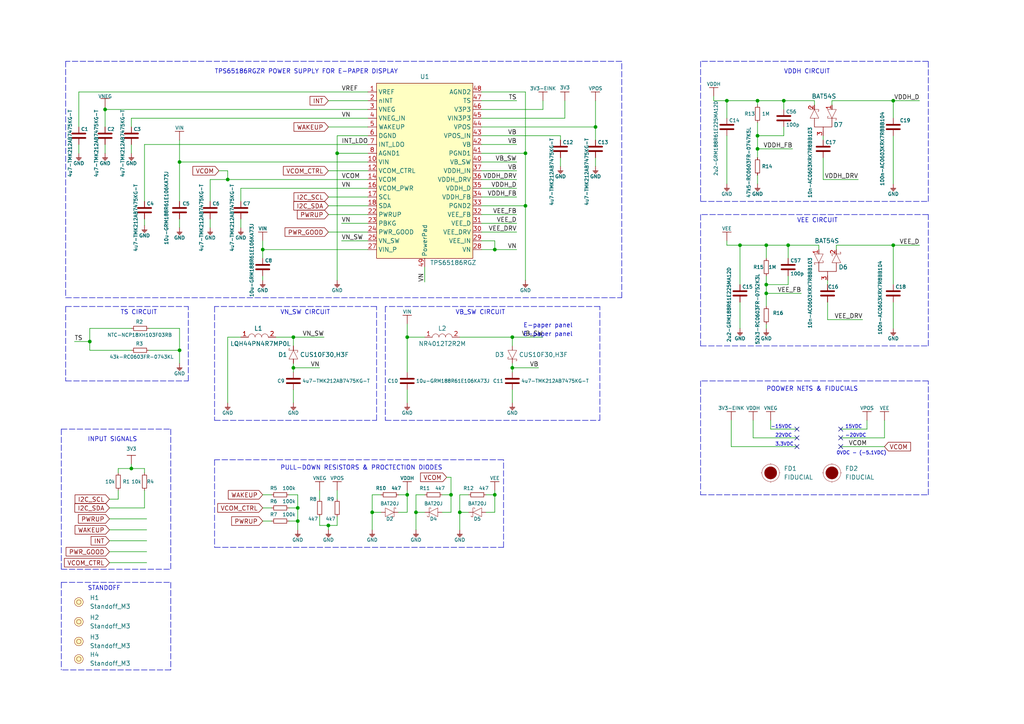
<source format=kicad_sch>
(kicad_sch (version 20211123) (generator eeschema)
  (paper "A4")
  (title_block (title "Soldered Inkplate 5 Gen2") (date "2024-05-27") (rev "V1.1.0") (company "SOLDERED") (comment 1 "333333"))
  (lib_symbols
    (symbol "0603C_1" (pin_numbers hide) (pin_names (offset 0.002))
      (property "Reference" "C" (at 0 3.81 0))
      (property "Value" "0603C_1" (at 0 -3.175 0))
      (symbol "0603C_1_1_1"
        (pin passive line (at -2.54 0 0) (length 1.9) (name "~") (number "1"))
        (pin passive line (at 2.54 0 180) (length 1.9) (name "~") (number "2"))
      )
    )
    (symbol "0603C_2" (pin_numbers hide) (pin_names (offset 0.002))
      (property "Reference" "C" (at 0 3.81 0))
      (property "Value" "0603C_2" (at 0 -3.175 0))
      (symbol "0603C_2_1_1"
        (pin passive line (at -2.54 0 0) (length 1.9) (name "~") (number "1"))
        (pin passive line (at 2.54 0 180) (length 1.9) (name "~") (number "2"))
      )
    )
    (symbol "0603C_3" (pin_numbers hide) (pin_names (offset 0.002))
      (property "Reference" "C" (at 0 3.81 0))
      (property "Value" "0603C_3" (at 0 -3.175 0))
      (symbol "0603C_3_1_1"
        (pin passive line (at -2.54 0 0) (length 1.9) (name "~") (number "1"))
        (pin passive line (at 2.54 0 180) (length 1.9) (name "~") (number "2"))
      )
    )
    (symbol "0603C_4" (pin_numbers hide) (pin_names (offset 0.002))
      (property "Reference" "C" (at 0 3.81 0))
      (property "Value" "0603C_4" (at 0 -3.175 0))
      (symbol "0603C_4_1_1"
        (pin passive line (at -2.54 0 0) (length 1.9) (name "~") (number "1"))
        (pin passive line (at 2.54 0 180) (length 1.9) (name "~") (number "2"))
      )
    )
    (symbol "0603C_5" (pin_numbers hide) (pin_names (offset 0.002))
      (property "Reference" "C" (at 0 3.81 0))
      (property "Value" "0603C_5" (at 0 -3.175 0))
      (symbol "0603C_5_1_1"
        (pin passive line (at -2.54 0 0) (length 1.9) (name "~") (number "1"))
        (pin passive line (at 2.54 0 180) (length 1.9) (name "~") (number "2"))
      )
    )
    (symbol "0603C_6" (pin_numbers hide) (pin_names (offset 0.002))
      (property "Reference" "C" (at 0 3.81 0))
      (property "Value" "0603C_6" (at 0 -3.175 0))
      (symbol "0603C_6_1_1"
        (pin passive line (at -2.54 0 0) (length 1.9) (name "~") (number "1"))
        (pin passive line (at 2.54 0 180) (length 1.9) (name "~") (number "2"))
      )
    )
    (symbol "0603C_7" (pin_numbers hide) (pin_names (offset 0.002))
      (property "Reference" "C" (at 0 3.81 0))
      (property "Value" "0603C_7" (at 0 -3.175 0))
      (symbol "0603C_7_1_1"
        (pin passive line (at -2.54 0 0) (length 1.9) (name "~") (number "1"))
        (pin passive line (at 2.54 0 180) (length 1.9) (name "~") (number "2"))
      )
    )
    (symbol "0603C_8" (pin_numbers hide) (pin_names (offset 0.002))
      (property "Reference" "C" (at 0 3.81 0))
      (property "Value" "0603C_8" (at 0 -3.175 0))
      (symbol "0603C_8_1_1"
        (pin passive line (at -2.54 0 0) (length 1.9) (name "~") (number "1"))
        (pin passive line (at 2.54 0 180) (length 1.9) (name "~") (number "2"))
      )
    )
    (symbol "0603R_1" (pin_numbers hide) (pin_names (offset 0.254))
      (property "Reference" "R" (at 0 1.27 0))
      (property "Value" "0603R_1" (at 0 -1.905 0))
      (symbol "0603R_1_1_1"
        (pin passive line (at -2.54 0 0) (length 0.63) (name "~") (number "1"))
        (pin passive line (at 2.54 0 180) (length 0.63) (name "~") (number "2"))
      )
    )
    (symbol "0603R_10" (pin_numbers hide) (pin_names (offset 0.254))
      (property "Reference" "R" (at 0 1.27 0))
      (property "Value" "0603R_10" (at 0 -1.905 0))
      (symbol "0603R_10_1_1"
        (pin passive line (at -2.54 0 0) (length 0.63) (name "~") (number "1"))
        (pin passive line (at 2.54 0 180) (length 0.63) (name "~") (number "2"))
      )
    )
    (symbol "0603R_11" (pin_numbers hide) (pin_names (offset 0.254))
      (property "Reference" "R" (at 0 1.27 0))
      (property "Value" "0603R_11" (at 0 -1.905 0))
      (symbol "0603R_11_1_1"
        (pin passive line (at -2.54 0 0) (length 0.63) (name "~") (number "1"))
        (pin passive line (at 2.54 0 180) (length 0.63) (name "~") (number "2"))
      )
    )
    (symbol "0603R_12" (pin_numbers hide) (pin_names (offset 0.254))
      (property "Reference" "R" (at 0 1.27 0))
      (property "Value" "0603R_12" (at 0 -1.905 0))
      (symbol "0603R_12_1_1"
        (pin passive line (at -2.54 0 0) (length 0.63) (name "~") (number "1"))
        (pin passive line (at 2.54 0 180) (length 0.63) (name "~") (number "2"))
      )
    )
    (symbol "0603R_13" (pin_numbers hide) (pin_names (offset 0.254))
      (property "Reference" "R" (at 0 1.27 0))
      (property "Value" "0603R_13" (at 0 -1.905 0))
      (symbol "0603R_13_1_1"
        (pin passive line (at -2.54 0 0) (length 0.63) (name "~") (number "1"))
        (pin passive line (at 2.54 0 180) (length 0.63) (name "~") (number "2"))
      )
    )
    (symbol "0603R_14" (pin_numbers hide) (pin_names (offset 0.254))
      (property "Reference" "R" (at 0 1.27 0))
      (property "Value" "0603R_14" (at 0 -1.905 0))
      (symbol "0603R_14_1_1"
        (pin passive line (at -2.54 0 0) (length 0.63) (name "~") (number "1"))
        (pin passive line (at 2.54 0 180) (length 0.63) (name "~") (number "2"))
      )
    )
    (symbol "0603R_15" (pin_numbers hide) (pin_names (offset 0.254))
      (property "Reference" "R" (at 0 1.27 0))
      (property "Value" "0603R_15" (at 0 -1.905 0))
      (symbol "0603R_15_1_1"
        (pin passive line (at -2.54 0 0) (length 0.63) (name "~") (number "1"))
        (pin passive line (at 2.54 0 180) (length 0.63) (name "~") (number "2"))
      )
    )
    (symbol "0603R_2" (pin_numbers hide) (pin_names (offset 0.254))
      (property "Reference" "R" (at 0 1.27 0))
      (property "Value" "0603R_2" (at 0 -1.905 0))
      (symbol "0603R_2_1_1"
        (pin passive line (at -2.54 0 0) (length 0.63) (name "~") (number "1"))
        (pin passive line (at 2.54 0 180) (length 0.63) (name "~") (number "2"))
      )
    )
    (symbol "0603R_3" (pin_numbers hide) (pin_names (offset 0.254))
      (property "Reference" "R" (at 0 1.27 0))
      (property "Value" "0603R_3" (at 0 -1.905 0))
      (symbol "0603R_3_1_1"
        (pin passive line (at -2.54 0 0) (length 0.63) (name "~") (number "1"))
        (pin passive line (at 2.54 0 180) (length 0.63) (name "~") (number "2"))
      )
    )
    (symbol "0603R_4" (pin_numbers hide) (pin_names (offset 0.254))
      (property "Reference" "R" (at 0 1.27 0))
      (property "Value" "0603R_4" (at 0 -1.905 0))
      (symbol "0603R_4_1_1"
        (pin passive line (at -2.54 0 0) (length 0.63) (name "~") (number "1"))
        (pin passive line (at 2.54 0 180) (length 0.63) (name "~") (number "2"))
      )
    )
    (symbol "0603R_5" (pin_numbers hide) (pin_names (offset 0.254))
      (property "Reference" "R" (at 0 1.27 0))
      (property "Value" "0603R_5" (at 0 -1.905 0))
      (symbol "0603R_5_1_1"
        (pin passive line (at -2.54 0 0) (length 0.63) (name "~") (number "1"))
        (pin passive line (at 2.54 0 180) (length 0.63) (name "~") (number "2"))
      )
    )
    (symbol "0603R_6" (pin_numbers hide) (pin_names (offset 0.254))
      (property "Reference" "R" (at 0 1.27 0))
      (property "Value" "0603R_6" (at 0 -1.905 0))
      (symbol "0603R_6_1_1"
        (pin passive line (at -2.54 0 0) (length 0.63) (name "~") (number "1"))
        (pin passive line (at 2.54 0 180) (length 0.63) (name "~") (number "2"))
      )
    )
    (symbol "0603R_7" (pin_numbers hide) (pin_names (offset 0.254))
      (property "Reference" "R" (at 0 1.27 0))
      (property "Value" "0603R_7" (at 0 -1.905 0))
      (symbol "0603R_7_1_1"
        (pin passive line (at -2.54 0 0) (length 0.63) (name "~") (number "1"))
        (pin passive line (at 2.54 0 180) (length 0.63) (name "~") (number "2"))
      )
    )
    (symbol "0603R_8" (pin_numbers hide) (pin_names (offset 0.254))
      (property "Reference" "R" (at 0 1.27 0))
      (property "Value" "0603R_8" (at 0 -1.905 0))
      (symbol "0603R_8_1_1"
        (pin passive line (at -2.54 0 0) (length 0.63) (name "~") (number "1"))
        (pin passive line (at 2.54 0 180) (length 0.63) (name "~") (number "2"))
      )
    )
    (symbol "0603R_9" (pin_numbers hide) (pin_names (offset 0.254))
      (property "Reference" "R" (at 0 1.27 0))
      (property "Value" "0603R_9" (at 0 -1.905 0))
      (symbol "0603R_9_1_1"
        (pin passive line (at -2.54 0 0) (length 0.63) (name "~") (number "1"))
        (pin passive line (at 2.54 0 180) (length 0.63) (name "~") (number "2"))
      )
    )
    (symbol "0805C_1" (pin_numbers hide)
      (property "Reference" "C" (at 0 3.81 0))
      (property "Value" "0805C_1" (at 0 -3.175 0))
      (symbol "0805C_1_1_1"
        (pin passive line (at -2.54 0 0) (length 1.9) (name "~") (number "1"))
        (pin passive line (at 2.54 0 180) (length 1.9) (name "~") (number "2"))
      )
    )
    (symbol "0805C_2" (pin_numbers hide)
      (property "Reference" "C" (at 0 3.81 0))
      (property "Value" "0805C_2" (at 0 -3.175 0))
      (symbol "0805C_2_1_1"
        (pin passive line (at -2.54 0 0) (length 1.9) (name "~") (number "1"))
        (pin passive line (at 2.54 0 180) (length 1.9) (name "~") (number "2"))
      )
    )
    (symbol "0805C_3" (pin_numbers hide)
      (property "Reference" "C" (at 0 3.81 0))
      (property "Value" "0805C_3" (at 0 -3.175 0))
      (symbol "0805C_3_1_1"
        (pin passive line (at -2.54 0 0) (length 1.9) (name "~") (number "1"))
        (pin passive line (at 2.54 0 180) (length 1.9) (name "~") (number "2"))
      )
    )
    (symbol "0805C_4" (pin_numbers hide)
      (property "Reference" "C" (at 0 3.81 0))
      (property "Value" "0805C_4" (at 0 -3.175 0))
      (symbol "0805C_4_1_1"
        (pin passive line (at -2.54 0 0) (length 1.9) (name "~") (number "1"))
        (pin passive line (at 2.54 0 180) (length 1.9) (name "~") (number "2"))
      )
    )
    (symbol "0805C_5" (pin_numbers hide)
      (property "Reference" "C" (at 0 3.81 0))
      (property "Value" "0805C_5" (at 0 -3.175 0))
      (symbol "0805C_5_1_1"
        (pin passive line (at -2.54 0 0) (length 1.9) (name "~") (number "1"))
        (pin passive line (at 2.54 0 180) (length 1.9) (name "~") (number "2"))
      )
    )
    (symbol "0805C_6" (pin_numbers hide)
      (property "Reference" "C" (at 0 3.81 0))
      (property "Value" "0805C_6" (at 0 -3.175 0))
      (symbol "0805C_6_1_1"
        (pin passive line (at -2.54 0 0) (length 1.9) (name "~") (number "1"))
        (pin passive line (at 2.54 0 180) (length 1.9) (name "~") (number "2"))
      )
    )
    (symbol "0805C_7" (pin_numbers hide)
      (property "Reference" "C" (at 0 3.81 0))
      (property "Value" "0805C_7" (at 0 -3.175 0))
      (symbol "0805C_7_1_1"
        (pin passive line (at -2.54 0 0) (length 1.9) (name "~") (number "1"))
        (pin passive line (at 2.54 0 180) (length 1.9) (name "~") (number "2"))
      )
    )
    (symbol "0805C_8" (pin_numbers hide)
      (property "Reference" "C" (at 0 3.81 0))
      (property "Value" "0805C_8" (at 0 -3.175 0))
      (symbol "0805C_8_1_1"
        (pin passive line (at -2.54 0 0) (length 1.9) (name "~") (number "1"))
        (pin passive line (at 2.54 0 180) (length 1.9) (name "~") (number "2"))
      )
    )
    (symbol "0805C_9" (pin_numbers hide)
      (property "Reference" "C" (at 0 3.81 0))
      (property "Value" "0805C_9" (at 0 -3.175 0))
      (symbol "0805C_9_1_1"
        (pin passive line (at -2.54 0 0) (length 1.9) (name "~") (number "1"))
        (pin passive line (at 2.54 0 180) (length 1.9) (name "~") (number "2"))
      )
    )
    (symbol "e-radionica.com schematics:0603C" (pin_numbers hide) (pin_names (offset 0.002))
      (property "Reference" "C" (at 0 3.81 0))
      (property "Value" "0603C" (at 0 -3.175 0))
      (symbol "0603C_1_1"
        (pin passive line (at -2.54 0 0) (length 1.9) (name "~") (number "1"))
        (pin passive line (at 2.54 0 180) (length 1.9) (name "~") (number "2"))
      )
    )
    (symbol "e-radionica.com schematics:0603R" (pin_numbers hide) (pin_names (offset 0.254))
      (property "Reference" "R" (at 0 1.27 0))
      (property "Value" "0603R" (at 0 -1.905 0))
      (symbol "0603R_1_1"
        (pin passive line (at -2.54 0 0) (length 0.63) (name "~") (number "1"))
        (pin passive line (at 2.54 0 180) (length 0.63) (name "~") (number "2"))
      )
    )
    (symbol "e-radionica.com schematics:0805C" (pin_numbers hide)
      (property "Reference" "C" (at 0 3.81 0))
      (property "Value" "0805C" (at 0 -3.175 0))
      (symbol "0805C_1_1"
        (pin passive line (at -2.54 0 0) (length 1.9) (name "~") (number "1"))
        (pin passive line (at 2.54 0 180) (length 1.9) (name "~") (number "2"))
      )
    )
    (symbol "e-radionica.com schematics:3V3" (power) (pin_names (offset 0))
      (property "Value" "3V3" (at 0 3.556 0))
      (symbol "3V3_1_1"
        (pin power_in line (at 0 0 90) (length 0) hide (name "3V3") (number "1"))
      )
    )
    (symbol "e-radionica.com schematics:3V3-EINK" (power) (pin_names (offset 0))
      (property "Value" "3V3-EINK" (at 0 3.556 0))
      (symbol "3V3-EINK_1_1"
        (pin power_in line (at 0 0 90) (length 0) hide (name "3V3-EINK") (number "1"))
      )
    )
    (symbol "e-radionica.com schematics:BAT20J" (pin_numbers hide) (pin_names hide)
      (property "Reference" "D" (at 0 2.54 0))
      (property "Value" "BAT20J" (at 0 -2.54 0))
      (symbol "BAT20J_1_1"
        (pin input line (at -2.54 0 0) (length 1.27) (name "A") (number "1"))
        (pin input line (at 2.54 0 180) (length 1.27) (name "C") (number "2"))
      )
    )
    (symbol "e-radionica.com schematics:BAT54S" (pin_names hide)
      (property "Reference" "D" (at 0 5.08 0))
      (property "Value" "BAT54S" (at 0 -5.08 0))
      (symbol "BAT54S_1_1"
        (pin input line (at -5.08 2.54 0) (length 1.27) (name "A") (number "1"))
        (pin input line (at -5.08 -2.54 0) (length 1.27) (name "K") (number "2"))
        (pin input line (at 3.81 0 180) (length 1.27) (name "3") (number "3"))
      )
    )
    (symbol "e-radionica.com schematics:CUS10F30,H3F" (pin_numbers hide) (pin_names hide)
      (property "Reference" "D" (at 0 2.54 0))
      (property "Value" "CUS10F30,H3F" (at 0 -2.54 0))
      (symbol "CUS10F30,H3F_1_1"
        (pin input line (at 2.54 0 180) (length 1.27) (name "C") (number "1"))
        (pin input line (at -2.54 0 0) (length 1.27) (name "A") (number "2"))
      )
    )
    (symbol "e-radionica.com schematics:FIDUCIAL" (in_bom no)
      (property "Reference" "FD" (at 0 3.81 0))
      (property "Value" "FIDUCIAL" (at 0 -3.81 0))
    )
    (symbol "e-radionica.com schematics:GND" (power) (pin_names (offset 0))
      (property "Value" "GND" (at 0 -2.921 0))
      (symbol "GND_1_1"
        (pin power_in line (at 0 0 270) (length 0) hide (name "GND") (number "1"))
      )
    )
    (symbol "e-radionica.com schematics:LQH44PN4R7MP0L"
      (property "Reference" "L" (at 0 2.54 0))
      (property "Value" "LQH44PN4R7MP0L" (at 0 -1.27 0))
      (symbol "LQH44PN4R7MP0L_1_1"
        (pin passive line (at -5.08 0 0) (length 2.2) (name "") (number "1"))
        (pin passive line (at 5.08 0 180) (length 2.2) (name "") (number "2"))
      )
    )
    (symbol "e-radionica.com schematics:NR4012T2R2M"
      (property "Reference" "L" (at 0 2.54 0))
      (property "Value" "NR4012T2R2M" (at 0 -1.27 0))
      (symbol "NR4012T2R2M_1_1"
        (pin passive line (at -5.08 0 0) (length 2.2) (name "") (number "1"))
        (pin passive line (at 5.08 0 180) (length 2.2) (name "") (number "2"))
      )
    )
    (symbol "e-radionica.com schematics:Standoff_M3"
      (property "Reference" "H" (at 0 2.54 0))
      (property "Value" "Standoff_M3" (at 0 -2.54 0))
    )
    (symbol "e-radionica.com schematics:TPS65186RGZR"
      (property "Reference" "U" (at 0 27.94 0))
      (property "Value" "TPS65186RGZR" (at 7.62 -25.4 0))
      (symbol "TPS65186RGZR_1_1"
        (pin input line (at -16.51 24.13 0) (length 2.54) (name "VREF") (number "1"))
        (pin input line (at -16.51 3.81 0) (length 2.54) (name "VIN") (number "10"))
        (pin input line (at -16.51 1.27 0) (length 2.54) (name "VCOM_CTRL") (number "12"))
        (pin input line (at -16.51 -1.27 0) (length 2.54) (name "VCOM") (number "14"))
        (pin input line (at -16.51 -3.81 0) (length 2.54) (name "VCOM_PWR") (number "16"))
        (pin input line (at -16.51 -6.35 0) (length 2.54) (name "SCL") (number "17"))
        (pin input line (at -16.51 -8.89 0) (length 2.54) (name "SDA") (number "18"))
        (pin input line (at -16.51 21.59 0) (length 2.54) (name "nINT") (number "2"))
        (pin input line (at -16.51 -11.43 0) (length 2.54) (name "PWRUP") (number "22"))
        (pin input line (at -16.51 -13.97 0) (length 2.54) (name "PBKG") (number "23"))
        (pin input line (at -16.51 -16.51 0) (length 2.54) (name "PWR_GOOD") (number "24"))
        (pin input line (at -16.51 -19.05 0) (length 2.54) (name "VN_SW") (number "25"))
        (pin input line (at -16.51 -21.59 0) (length 2.54) (name "VIN_P") (number "27"))
        (pin input line (at 16.51 -21.59 180) (length 2.54) (name "VN") (number "28"))
        (pin input line (at 16.51 -19.05 180) (length 2.54) (name "VEE_IN") (number "29"))
        (pin input line (at -16.51 19.05 0) (length 2.54) (name "VNEG") (number "3"))
        (pin input line (at 16.51 -16.51 180) (length 2.54) (name "VEE_DRV") (number "30"))
        (pin input line (at 16.51 -13.97 180) (length 2.54) (name "VEE_D") (number "31"))
        (pin input line (at 16.51 -11.43 180) (length 2.54) (name "VEE_FB") (number "32"))
        (pin input line (at 16.51 -8.89 180) (length 2.54) (name "PGND2") (number "33"))
        (pin input line (at 16.51 -6.35 180) (length 2.54) (name "VDDH_FB") (number "34"))
        (pin input line (at 16.51 -3.81 180) (length 2.54) (name "VDDH_D") (number "35"))
        (pin input line (at 16.51 -1.27 180) (length 2.54) (name "VDDH_DRV") (number "36"))
        (pin input line (at 16.51 1.27 180) (length 2.54) (name "VDDH_IN") (number "37"))
        (pin input line (at -16.51 16.51 0) (length 2.54) (name "VNEG_IN") (number "4"))
        (pin input line (at 16.51 3.81 180) (length 2.54) (name "VB_SW") (number "40"))
        (pin input line (at 16.51 6.35 180) (length 2.54) (name "PGND1") (number "41"))
        (pin input line (at 16.51 8.89 180) (length 2.54) (name "VB") (number "42"))
        (pin input line (at 16.51 11.43 180) (length 2.54) (name "VPOS_IN") (number "43"))
        (pin input line (at 16.51 13.97 180) (length 2.54) (name "VPOS") (number "44"))
        (pin input line (at 16.51 16.51 180) (length 2.54) (name "VIN3P3") (number "45"))
        (pin input line (at 16.51 19.05 180) (length 2.54) (name "V3P3") (number "46"))
        (pin input line (at 16.51 21.59 180) (length 2.54) (name "TS") (number "47"))
        (pin input line (at 16.51 24.13 180) (length 2.54) (name "AGND2") (number "48"))
        (pin input line (at 0 -26.67 90) (length 2.54) (name "PowerPad") (number "49"))
        (pin input line (at -16.51 13.97 0) (length 2.54) (name "WAKEUP") (number "5"))
        (pin input line (at -16.51 11.43 0) (length 2.54) (name "DGND") (number "6"))
        (pin input line (at -16.51 8.89 0) (length 2.54) (name "INT_LDO") (number "7"))
        (pin input line (at -16.51 6.35 0) (length 2.54) (name "AGND1") (number "8"))
      )
    )
    (symbol "e-radionica.com schematics:VDDH" (power) (pin_names (offset 0))
      (property "Value" "VDDH" (at 0 3.556 0))
      (symbol "VDDH_1_1"
        (pin power_in line (at 0 0 90) (length 0) hide (name "VDDH") (number "1"))
      )
    )
    (symbol "e-radionica.com schematics:VEE" (power) (pin_names (offset 0))
      (property "Value" "VEE" (at 0 3.556 0))
      (symbol "VEE_1_1"
        (pin power_in line (at 0 0 90) (length 0) hide (name "VEE") (number "1"))
      )
    )
    (symbol "e-radionica.com schematics:VIN" (power) (pin_names (offset 0))
      (property "Value" "VIN" (at 0 3.556 0))
      (symbol "VIN_1_1"
        (pin power_in line (at 0 0 90) (length 0) hide (name "VIN") (number "1"))
      )
    )
    (symbol "e-radionica.com schematics:VNEG" (power) (pin_names (offset 0))
      (property "Value" "VNEG" (at 0 3.556 0))
      (symbol "VNEG_1_1"
        (pin power_in line (at 0 0 90) (length 0) hide (name "VNEG") (number "1"))
      )
    )
    (symbol "e-radionica.com schematics:VPOS" (power) (pin_names (offset 0))
      (property "Value" "VPOS" (at 0 3.556 0))
      (symbol "VPOS_1_1"
        (pin power_in line (at 0 0 90) (length 0) hide (name "VPOS") (number "1"))
      )
    )
  )
  (junction (at 222.25 71.12))
  (junction (at 118.11 97.79))
  (junction (at 97.79 44.45))
  (junction (at 259.08 71.12))
  (junction (at 259.08 29.21))
  (junction (at 86.36 151.13))
  (junction (at 76.2 72.39))
  (junction (at 38.1 135.89))
  (junction (at 143.51 143.51))
  (junction (at 219.71 29.21))
  (junction (at 52.07 46.99))
  (junction (at 222.25 82.55))
  (junction (at 85.09 106.68))
  (junction (at 148.59 106.68))
  (junction (at 228.6 71.12))
  (junction (at 66.04 52.07))
  (junction (at 227.33 29.21))
  (junction (at 107.95 148.59))
  (junction (at 85.09 97.79))
  (junction (at 219.71 43.18))
  (junction (at 133.35 148.59))
  (junction (at 152.4 59.69))
  (junction (at 222.25 85.09))
  (junction (at 172.72 36.83))
  (junction (at 118.11 143.51))
  (junction (at 120.65 148.59))
  (junction (at 219.71 39.37))
  (junction (at 143.51 72.39))
  (junction (at 210.82 29.21))
  (junction (at 214.63 71.12))
  (junction (at 95.25 152.4))
  (junction (at 52.07 101.6))
  (junction (at 86.36 147.32))
  (junction (at 148.59 97.79))
  (junction (at 30.48 31.75))
  (junction (at 130.81 143.51))
  (junction (at 152.4 44.45))
  (junction (at 26.035 99.06))
  (no_connect (at 243.84 127))
  (no_connect (at 243.84 124.46))
  (no_connect (at 231.14 124.46))
  (no_connect (at 231.14 127))
  (no_connect (at 243.84 129.54))
  (no_connect (at 231.14 129.54))
  (polyline (pts (xy 62.23 158.75) (xy 146.05 158.75)))
  (wire (pts (xy 120.65 148.59) (xy 120.65 153.67)))
  (wire (pts (xy 152.4 26.67) (xy 152.4 44.45)))
  (wire (pts (xy 210.82 29.21) (xy 210.82 34.29)))
  (wire (pts (xy 222.25 71.12) (xy 228.6 71.12)))
  (wire (pts (xy 128.27 143.51) (xy 130.81 143.51)))
  (wire (pts (xy 92.71 142.24) (xy 92.71 144.78)))
  (wire (pts (xy 115.57 148.59) (xy 118.11 148.59)))
  (wire (pts (xy 97.79 149.86) (xy 97.79 152.4)))
  (wire (pts (xy 222.25 71.12) (xy 222.25 74.93)))
  (wire (pts (xy 97.79 81.28) (xy 97.79 44.45)))
  (wire (pts (xy 30.48 31.75) (xy 106.68 31.75)))
  (wire (pts (xy 139.7 26.67) (xy 152.4 26.67)))
  (wire (pts (xy 76.2 80.01) (xy 76.2 81.28)))
  (wire (pts (xy 92.71 152.4) (xy 95.25 152.4)))
  (wire (pts (xy 69.85 63.5) (xy 69.85 66.04)))
  (polyline (pts (xy 62.23 121.92) (xy 109.22 121.92)))
  (wire (pts (xy 157.48 29.21) (xy 157.48 31.75)))
  (polyline (pts (xy 146.05 158.75) (xy 146.05 133.35)))
  (wire (pts (xy 219.71 35.56) (xy 219.71 39.37)))
  (wire (pts (xy 95.25 59.69) (xy 106.68 59.69)))
  (wire (pts (xy 85.09 113.03) (xy 85.09 116.84)))
  (wire (pts (xy 139.7 39.37) (xy 162.56 39.37)))
  (wire (pts (xy 41.91 63.5) (xy 41.91 65.405)))
  (wire (pts (xy 139.7 72.39) (xy 143.51 72.39)))
  (wire (pts (xy 219.71 43.18) (xy 219.71 45.72)))
  (wire (pts (xy 243.84 129.54) (xy 256.54 129.54)))
  (wire (pts (xy 143.51 148.59) (xy 140.97 148.59)))
  (wire (pts (xy 238.76 39.37) (xy 238.76 40.64)))
  (wire (pts (xy 139.7 64.77) (xy 149.86 64.77)))
  (polyline (pts (xy 269.24 58.42) (xy 269.24 17.78)))
  (wire (pts (xy 76.2 72.39) (xy 76.2 69.85)))
  (wire (pts (xy 143.51 69.85) (xy 143.51 72.39)))
  (polyline (pts (xy 19.05 86.36) (xy 180.34 86.36)))
  (wire (pts (xy 218.44 127) (xy 231.14 127)))
  (wire (pts (xy 139.7 46.99) (xy 149.86 46.99)))
  (wire (pts (xy 95.25 62.23) (xy 106.68 62.23)))
  (polyline (pts (xy 54.61 110.49) (xy 54.61 88.9)))
  (wire (pts (xy 85.09 106.68) (xy 85.09 107.95)))
  (wire (pts (xy 76.2 143.51) (xy 78.74 143.51)))
  (wire (pts (xy 222.25 82.55) (xy 222.25 85.09)))
  (wire (pts (xy 34.29 144.78) (xy 34.29 142.24)))
  (wire (pts (xy 120.65 143.51) (xy 120.65 148.59)))
  (wire (pts (xy 259.08 39.37) (xy 259.08 53.34)))
  (wire (pts (xy 207.01 29.21) (xy 210.82 29.21)))
  (wire (pts (xy 43.18 101.6) (xy 52.07 101.6)))
  (wire (pts (xy 31.75 144.78) (xy 34.29 144.78)))
  (polyline (pts (xy 203.2 143.51) (xy 269.24 143.51)))
  (wire (pts (xy 22.86 36.83) (xy 22.86 26.67)))
  (wire (pts (xy 139.7 54.61) (xy 149.86 54.61)))
  (wire (pts (xy 30.48 31.115) (xy 30.48 31.75)))
  (polyline (pts (xy 269.24 62.23) (xy 203.2 62.23)))
  (polyline (pts (xy 173.99 121.92) (xy 173.99 88.9)))
  (polyline (pts (xy 203.2 17.78) (xy 203.2 58.42)))
  (wire (pts (xy 41.91 147.32) (xy 31.75 147.32)))
  (wire (pts (xy 130.81 143.51) (xy 130.81 148.59)))
  (wire (pts (xy 172.72 29.21) (xy 172.72 36.83)))
  (wire (pts (xy 219.71 39.37) (xy 219.71 43.18)))
  (wire (pts (xy 148.59 97.79) (xy 148.59 100.33)))
  (wire (pts (xy 238.76 45.72) (xy 238.76 52.07)))
  (polyline (pts (xy 203.2 62.23) (xy 203.2 100.33)))
  (wire (pts (xy 152.4 59.69) (xy 152.4 81.28)))
  (wire (pts (xy 172.72 36.83) (xy 172.72 40.64)))
  (wire (pts (xy 97.79 39.37) (xy 106.68 39.37)))
  (wire (pts (xy 143.51 72.39) (xy 149.86 72.39)))
  (polyline (pts (xy 17.78 168.91) (xy 49.53 168.91)))
  (wire (pts (xy 115.57 143.51) (xy 118.11 143.51)))
  (polyline (pts (xy 19.05 17.78) (xy 19.05 86.36)))
  (wire (pts (xy 76.2 151.13) (xy 78.74 151.13)))
  (wire (pts (xy 259.08 29.21) (xy 266.7 29.21)))
  (wire (pts (xy 139.7 67.31) (xy 149.86 67.31)))
  (wire (pts (xy 22.86 41.91) (xy 22.86 44.45)))
  (wire (pts (xy 242.57 71.12) (xy 259.08 71.12)))
  (wire (pts (xy 106.68 46.99) (xy 52.07 46.99)))
  (wire (pts (xy 85.09 97.79) (xy 85.09 100.33)))
  (wire (pts (xy 60.96 52.07) (xy 66.04 52.07)))
  (wire (pts (xy 152.4 44.45) (xy 152.4 59.69)))
  (wire (pts (xy 52.07 95.25) (xy 52.07 101.6)))
  (wire (pts (xy 66.04 49.53) (xy 66.04 52.07)))
  (wire (pts (xy 139.7 44.45) (xy 152.4 44.45)))
  (wire (pts (xy 148.59 113.03) (xy 148.59 116.84)))
  (wire (pts (xy 38.1 135.89) (xy 41.91 135.89)))
  (wire (pts (xy 31.75 153.67) (xy 42.545 153.67)))
  (polyline (pts (xy 180.34 17.78) (xy 19.05 17.78)))
  (polyline (pts (xy 17.78 124.46) (xy 49.53 124.46)))
  (wire (pts (xy 30.48 31.75) (xy 30.48 36.83)))
  (wire (pts (xy 41.91 41.91) (xy 41.91 58.42)))
  (wire (pts (xy 95.25 57.15) (xy 106.68 57.15)))
  (wire (pts (xy 110.49 148.59) (xy 107.95 148.59)))
  (wire (pts (xy 60.96 63.5) (xy 60.96 66.04)))
  (wire (pts (xy 22.86 26.67) (xy 106.68 26.67)))
  (wire (pts (xy 222.25 71.12) (xy 214.63 71.12)))
  (wire (pts (xy 210.82 69.85) (xy 210.82 71.12)))
  (wire (pts (xy 229.87 43.18) (xy 219.71 43.18)))
  (wire (pts (xy 52.07 101.6) (xy 52.07 105.41)))
  (wire (pts (xy 69.85 54.61) (xy 69.85 58.42)))
  (wire (pts (xy 140.97 143.51) (xy 143.51 143.51)))
  (polyline (pts (xy 269.24 100.33) (xy 269.24 62.23)))
  (wire (pts (xy 26.035 101.6) (xy 26.035 99.06)))
  (wire (pts (xy 241.3 29.21) (xy 259.08 29.21)))
  (wire (pts (xy 148.59 97.79) (xy 157.48 97.79)))
  (wire (pts (xy 139.7 57.15) (xy 149.86 57.15)))
  (wire (pts (xy 97.79 142.24) (xy 97.79 144.78)))
  (wire (pts (xy 148.59 105.41) (xy 148.59 106.68)))
  (polyline (pts (xy 269.24 110.49) (xy 203.2 110.49)))
  (wire (pts (xy 118.11 113.03) (xy 118.11 116.84)))
  (polyline (pts (xy 49.53 124.46) (xy 49.53 165.1)))
  (wire (pts (xy 123.19 143.51) (xy 120.65 143.51)))
  (wire (pts (xy 52.07 46.99) (xy 52.07 58.42)))
  (wire (pts (xy 172.72 45.72) (xy 172.72 48.26)))
  (wire (pts (xy 243.84 127) (xy 256.54 127)))
  (polyline (pts (xy 49.53 194.31) (xy 17.78 194.31)))
  (polyline (pts (xy 203.2 100.33) (xy 269.24 100.33)))
  (wire (pts (xy 38.1 41.91) (xy 38.1 44.45)))
  (polyline (pts (xy 146.05 133.35) (xy 62.23 133.35)))
  (wire (pts (xy 34.29 135.89) (xy 38.1 135.89)))
  (wire (pts (xy 228.6 82.55) (xy 222.25 82.55)))
  (wire (pts (xy 26.035 101.6) (xy 38.1 101.6)))
  (polyline (pts (xy 203.2 110.49) (xy 203.2 143.51)))
  (wire (pts (xy 212.09 121.92) (xy 212.09 129.54)))
  (wire (pts (xy 52.07 63.5) (xy 52.07 66.04)))
  (wire (pts (xy 41.91 41.91) (xy 106.68 41.91)))
  (wire (pts (xy 31.75 160.02) (xy 42.545 160.02)))
  (wire (pts (xy 214.63 87.63) (xy 214.63 95.25)))
  (wire (pts (xy 236.22 30.48) (xy 236.22 29.21)))
  (wire (pts (xy 63.5 49.53) (xy 66.04 49.53)))
  (wire (pts (xy 106.68 72.39) (xy 76.2 72.39)))
  (wire (pts (xy 80.01 97.79) (xy 85.09 97.79)))
  (wire (pts (xy 218.44 121.92) (xy 218.44 127)))
  (wire (pts (xy 83.82 151.13) (xy 86.36 151.13)))
  (wire (pts (xy 139.7 36.83) (xy 172.72 36.83)))
  (wire (pts (xy 123.19 97.79) (xy 118.11 97.79)))
  (wire (pts (xy 259.08 71.12) (xy 266.7 71.12)))
  (wire (pts (xy 259.08 87.63) (xy 259.08 95.25)))
  (wire (pts (xy 139.7 34.29) (xy 163.83 34.29)))
  (wire (pts (xy 106.68 34.29) (xy 38.1 34.29)))
  (wire (pts (xy 106.68 54.61) (xy 69.85 54.61)))
  (wire (pts (xy 34.29 137.16) (xy 34.29 135.89)))
  (wire (pts (xy 227.33 29.21) (xy 236.22 29.21)))
  (wire (pts (xy 99.06 69.85) (xy 106.68 69.85)))
  (wire (pts (xy 212.09 129.54) (xy 231.14 129.54)))
  (wire (pts (xy 162.56 39.37) (xy 162.56 40.64)))
  (wire (pts (xy 227.33 29.21) (xy 227.33 31.75)))
  (polyline (pts (xy 111.76 88.9) (xy 111.76 121.92)))
  (wire (pts (xy 139.7 69.85) (xy 143.51 69.85)))
  (wire (pts (xy 139.7 41.91) (xy 149.86 41.91)))
  (wire (pts (xy 133.35 148.59) (xy 133.35 153.67)))
  (wire (pts (xy 133.35 148.59) (xy 135.89 148.59)))
  (wire (pts (xy 118.11 93.98) (xy 118.11 97.79)))
  (wire (pts (xy 135.89 143.51) (xy 133.35 143.51)))
  (wire (pts (xy 238.76 52.07) (xy 248.92 52.07)))
  (wire (pts (xy 163.83 29.21) (xy 163.83 34.29)))
  (wire (pts (xy 41.91 142.24) (xy 41.91 147.32)))
  (wire (pts (xy 228.6 71.12) (xy 228.6 74.93)))
  (polyline (pts (xy 173.99 88.9) (xy 111.76 88.9)))
  (polyline (pts (xy 49.53 168.91) (xy 49.53 194.31)))
  (wire (pts (xy 66.04 52.07) (xy 106.68 52.07)))
  (wire (pts (xy 210.82 39.37) (xy 210.82 53.34)))
  (wire (pts (xy 243.84 124.46) (xy 251.46 124.46)))
  (wire (pts (xy 38.1 34.29) (xy 38.1 36.83)))
  (wire (pts (xy 92.71 149.86) (xy 92.71 152.4)))
  (wire (pts (xy 219.71 29.21) (xy 227.33 29.21)))
  (wire (pts (xy 95.25 29.21) (xy 106.68 29.21)))
  (wire (pts (xy 120.65 148.59) (xy 123.19 148.59)))
  (wire (pts (xy 130.81 148.59) (xy 128.27 148.59)))
  (wire (pts (xy 214.63 71.12) (xy 214.63 82.55)))
  (wire (pts (xy 240.03 81.28) (xy 240.03 82.55)))
  (wire (pts (xy 250.19 92.71) (xy 240.03 92.71)))
  (wire (pts (xy 83.82 147.32) (xy 86.36 147.32)))
  (wire (pts (xy 26.035 95.25) (xy 38.1 95.25)))
  (wire (pts (xy 85.09 105.41) (xy 85.09 106.68)))
  (wire (pts (xy 118.11 148.59) (xy 118.11 143.51)))
  (wire (pts (xy 143.51 143.51) (xy 143.51 148.59)))
  (wire (pts (xy 143.51 142.24) (xy 143.51 143.51)))
  (wire (pts (xy 123.19 77.47) (xy 123.19 81.788)))
  (wire (pts (xy 86.36 143.51) (xy 86.36 147.32)))
  (wire (pts (xy 139.7 31.75) (xy 157.48 31.75)))
  (polyline (pts (xy 62.23 133.35) (xy 62.23 158.75)))
  (wire (pts (xy 222.25 85.09) (xy 222.25 88.9)))
  (wire (pts (xy 86.36 147.32) (xy 86.36 151.13)))
  (wire (pts (xy 242.57 72.39) (xy 242.57 71.12)))
  (wire (pts (xy 95.25 152.4) (xy 95.25 153.67)))
  (polyline (pts (xy 19.05 88.9) (xy 54.61 88.9)))
  (wire (pts (xy 26.035 99.06) (xy 26.035 95.25)))
  (wire (pts (xy 31.75 156.845) (xy 42.545 156.845)))
  (wire (pts (xy 66.04 97.79) (xy 66.04 116.84)))
  (polyline (pts (xy 17.78 124.46) (xy 17.78 165.1)))
  (wire (pts (xy 133.35 97.79) (xy 148.59 97.79)))
  (wire (pts (xy 107.95 148.59) (xy 107.95 153.67)))
  (polyline (pts (xy 180.34 86.36) (xy 180.34 17.78)))
  (wire (pts (xy 129.54 138.43) (xy 130.81 138.43)))
  (polyline (pts (xy 203.2 58.42) (xy 269.24 58.42)))
  (wire (pts (xy 251.46 124.46) (xy 251.46 121.92)))
  (polyline (pts (xy 109.22 121.92) (xy 109.22 88.9)))
  (wire (pts (xy 222.25 80.01) (xy 222.25 82.55)))
  (polyline (pts (xy 269.24 17.78) (xy 203.2 17.78)))
  (wire (pts (xy 107.95 143.51) (xy 107.95 148.59)))
  (wire (pts (xy 31.75 163.195) (xy 42.545 163.195)))
  (polyline (pts (xy 19.05 88.9) (xy 19.05 110.49)))
  (wire (pts (xy 228.6 80.01) (xy 228.6 82.55)))
  (wire (pts (xy 60.96 58.42) (xy 60.96 52.07)))
  (wire (pts (xy 139.7 59.69) (xy 152.4 59.69)))
  (wire (pts (xy 97.79 44.45) (xy 106.68 44.45)))
  (wire (pts (xy 76.2 147.32) (xy 78.74 147.32)))
  (wire (pts (xy 31.75 150.495) (xy 42.545 150.495)))
  (wire (pts (xy 259.08 34.29) (xy 259.08 29.21)))
  (polyline (pts (xy 17.78 165.1) (xy 49.53 165.1)))
  (wire (pts (xy 85.09 97.79) (xy 93.98 97.79)))
  (wire (pts (xy 95.25 49.53) (xy 106.68 49.53)))
  (wire (pts (xy 240.03 92.71) (xy 240.03 87.63)))
  (wire (pts (xy 118.11 97.79) (xy 118.11 107.95)))
  (wire (pts (xy 219.71 50.8) (xy 219.71 53.34)))
  (wire (pts (xy 38.1 134.62) (xy 38.1 135.89)))
  (polyline (pts (xy 17.78 168.91) (xy 17.78 194.31)))
  (wire (pts (xy 83.82 143.51) (xy 86.36 143.51)))
  (wire (pts (xy 222.25 93.98) (xy 222.25 95.25)))
  (wire (pts (xy 207.01 27.94) (xy 207.01 29.21)))
  (wire (pts (xy 85.09 106.68) (xy 92.71 106.68)))
  (wire (pts (xy 223.52 121.92) (xy 223.52 124.46)))
  (polyline (pts (xy 111.76 121.92) (xy 173.99 121.92)))
  (wire (pts (xy 30.48 41.91) (xy 30.48 44.45)))
  (wire (pts (xy 148.59 106.68) (xy 156.21 106.68)))
  (wire (pts (xy 148.59 106.68) (xy 148.59 107.95)))
  (wire (pts (xy 228.6 71.12) (xy 237.49 71.12)))
  (wire (pts (xy 219.71 29.21) (xy 219.71 30.48)))
  (wire (pts (xy 86.36 151.13) (xy 86.36 153.67)))
  (wire (pts (xy 97.79 44.45) (xy 97.79 39.37)))
  (wire (pts (xy 97.79 152.4) (xy 95.25 152.4)))
  (wire (pts (xy 118.11 143.51) (xy 118.11 142.24)))
  (polyline (pts (xy 62.23 88.9) (xy 62.23 121.92)))
  (wire (pts (xy 227.33 39.37) (xy 219.71 39.37)))
  (wire (pts (xy 110.49 143.51) (xy 107.95 143.51)))
  (wire (pts (xy 133.35 143.51) (xy 133.35 148.59)))
  (wire (pts (xy 99.06 64.77) (xy 106.68 64.77)))
  (polyline (pts (xy 269.24 143.51) (xy 269.24 110.49)))
  (wire (pts (xy 95.25 36.83) (xy 106.68 36.83)))
  (wire (pts (xy 223.52 124.46) (xy 231.14 124.46)))
  (polyline (pts (xy 19.05 110.49) (xy 54.61 110.49)))
  (wire (pts (xy 210.82 29.21) (xy 219.71 29.21)))
  (wire (pts (xy 259.08 71.12) (xy 259.08 82.55)))
  (wire (pts (xy 41.91 137.16) (xy 41.91 135.89)))
  (wire (pts (xy 43.18 95.25) (xy 52.07 95.25)))
  (wire (pts (xy 76.2 72.39) (xy 76.2 74.93)))
  (wire (pts (xy 130.81 138.43) (xy 130.81 143.51)))
  (wire (pts (xy 162.56 45.72) (xy 162.56 48.26)))
  (wire (pts (xy 214.63 71.12) (xy 210.82 71.12)))
  (wire (pts (xy 232.41 85.09) (xy 222.25 85.09)))
  (wire (pts (xy 241.3 30.48) (xy 241.3 29.21)))
  (wire (pts (xy 95.25 67.31) (xy 106.68 67.31)))
  (wire (pts (xy 139.7 52.07) (xy 149.86 52.07)))
  (wire (pts (xy 227.33 36.83) (xy 227.33 39.37)))
  (wire (pts (xy 52.07 40.64) (xy 52.07 46.99)))
  (wire (pts (xy 21.59 99.06) (xy 26.035 99.06)))
  (wire (pts (xy 139.7 29.21) (xy 149.86 29.21)))
  (polyline (pts (xy 109.22 88.9) (xy 62.23 88.9)))
  (wire (pts (xy 69.85 97.79) (xy 66.04 97.79)))
  (wire (pts (xy 256.54 121.92) (xy 256.54 127)))
  (wire (pts (xy 139.7 49.53) (xy 149.86 49.53)))
  (wire (pts (xy 237.49 72.39) (xy 237.49 71.12)))
  (wire (pts (xy 139.7 62.23) (xy 149.86 62.23)))
  (text "TS CIRCUIT\n" (at 34.925 91.44 0) (effects (font (size 1.27 1.27)) (justify left bottom)))
  (text "VDDH CIRCUIT\n" (at 227.33 21.59 0) (effects (font (size 1.27 1.27)) (justify left bottom)))
  (text "POOWER NETS & FIDUCIALS" (at 222.25 113.665 0) (effects (font (size 1.27 1.27)) (justify left bottom)))
  (text "INPUT SIGNALS\n" (at 25.4 128.27 0) (effects (font (size 1.27 1.27)) (justify left bottom)))
  (text "E-paper panel" (at 151.765 97.79 0) (effects (font (size 1.27 1.27)) (justify left bottom)))
  (text "-15VDC\n" (at 223.52 124.46 0) (effects (font (size 1 1)) (justify left bottom)))
  (text "VEE CIRCUIT\n" (at 231.14 64.77 0) (effects (font (size 1.27 1.27)) (justify left bottom)))
  (text "TPS65186RGZR POWER SUPPLY FOR E-PAPER DISPLAY" (at 62.23 21.59 0) (effects (font (size 1.27 1.27)) (justify left bottom)))
  (text "VN_SW CIRCUIT\n" (at 81.28 91.44 0) (effects (font (size 1.27 1.27)) (justify left bottom)))
  (text "0VDC - (-5.1VDC)" (at 242.57 132.08 0) (effects (font (size 1 1)) (justify left bottom)))
  (text "15VDC\n" (at 245.11 124.46 0) (effects (font (size 1 1)) (justify left bottom)))
  (text "22VDC\n" (at 224.79 127 0) (effects (font (size 1 1)) (justify left bottom)))
  (text "PULL-DOWN RESISTORS & PROCTECTION DIODES" (at 81.28 136.525 0) (effects (font (size 1.27 1.27)) (justify left bottom)))
  (text "VB_SW CIRCUIT\n" (at 132.08 91.44 0) (effects (font (size 1.27 1.27)) (justify left bottom)))
  (text "STANDOFF" (at 25.4 171.45 0) (effects (font (size 1.27 1.27)) (justify left bottom)))
  (text "E-paper panel" (at 151.765 95.25 0) (effects (font (size 1.27 1.27)) (justify left bottom)))
  (text "3.3VDC\n" (at 224.79 129.54 0) (effects (font (size 1 1)) (justify left bottom)))
  (text "-20VDC" (at 245.11 127 0) (effects (font (size 1 1)) (justify left bottom)))
  (label "TS" (at 21.59 99.06 0))
  (label "VEE_DRV" (at 250.19 92.71 180))
  (label "VN_SW" (at 99.06 69.85 0))
  (label "VDDH_DRV" (at 149.86 52.07 180))
  (label "VB" (at 149.86 41.91 180))
  (label "VEE_FB" (at 149.86 62.23 180))
  (label "VEE_DRV" (at 149.86 67.31 180))
  (label "VN_SW" (at 93.98 97.79 180))
  (label "TS" (at 149.86 29.21 180))
  (label "VCOM" (at 99.06 52.07 0))
  (label "VN" (at 99.06 54.61 0))
  (label "VN" (at 99.06 34.29 0))
  (label "VB" (at 149.86 39.37 180))
  (label "VEE_D" (at 149.86 64.77 180))
  (label "VB" (at 149.86 49.53 180))
  (label "VDDH_FB" (at 229.87 43.18 180))
  (label "INT_LDO" (at 99.06 41.91 0))
  (label "VCOM" (at 251.46 129.54 180))
  (label "VEE_FB" (at 232.41 85.09 180))
  (label "VB_SW" (at 157.48 97.79 180))
  (label "VEE_D" (at 266.7 71.12 180))
  (label "VDDH_D" (at 266.7 29.21 180))
  (label "VN" (at 92.71 106.68 180))
  (label "VN" (at 123.19 81.788 90))
  (label "VDDH_FB" (at 149.86 57.15 180))
  (label "VB" (at 156.21 106.68 180))
  (label "VDDH_DRV" (at 248.92 52.07 180))
  (label "VB_SW" (at 149.86 46.99 180))
  (label "VDDH_D" (at 149.86 54.61 180))
  (label "VN" (at 99.06 64.77 0))
  (label "VREF" (at 99.06 26.67 0))
  (label "VN" (at 149.86 72.39 180))
  (global_label "PWRUP" (shape input) (at 95.25 62.23 180) (property "Intersheet References" "${INTERSHEET_REFS}" (effects hide)))
  (global_label "I2C_SDA" (shape input) (at 31.75 147.32 180) (property "Intersheet References" "${INTERSHEET_REFS}" (effects hide)))
  (global_label "I2C_SDA" (shape input) (at 95.25 59.69 180) (property "Intersheet References" "${INTERSHEET_REFS}" (effects hide)))
  (global_label "I2C_SCL" (shape input) (at 31.75 144.78 180) (property "Intersheet References" "${INTERSHEET_REFS}" (effects hide)))
  (global_label "PWR_GOOD" (shape input) (at 31.75 160.02 180) (property "Intersheet References" "${INTERSHEET_REFS}" (effects hide)))
  (global_label "VCOM" (shape input) (at 129.54 138.43 180) (property "Intersheet References" "${INTERSHEET_REFS}" (effects hide)))
  (global_label "VCOM" (shape input) (at 256.54 129.54 0) (property "Intersheet References" "${INTERSHEET_REFS}" (effects hide)))
  (global_label "VCOM_CTRL" (shape input) (at 95.25 49.53 180) (property "Intersheet References" "${INTERSHEET_REFS}" (effects hide)))
  (global_label "PWR_GOOD" (shape input) (at 95.25 67.31 180) (property "Intersheet References" "${INTERSHEET_REFS}" (effects hide)))
  (global_label "VCOM_CTRL" (shape input) (at 31.75 163.195 180) (property "Intersheet References" "${INTERSHEET_REFS}" (effects hide)))
  (global_label "I2C_SCL" (shape input) (at 95.25 57.15 180) (property "Intersheet References" "${INTERSHEET_REFS}" (effects hide)))
  (global_label "WAKEUP" (shape input) (at 31.75 153.67 180) (property "Intersheet References" "${INTERSHEET_REFS}" (effects hide)))
  (global_label "PWRUP" (shape input) (at 31.75 150.495 180) (property "Intersheet References" "${INTERSHEET_REFS}" (effects hide)))
  (global_label "INT" (shape input) (at 31.75 156.845 180) (property "Intersheet References" "${INTERSHEET_REFS}" (effects hide)))
  (global_label "WAKEUP" (shape input) (at 95.25 36.83 180) (property "Intersheet References" "${INTERSHEET_REFS}" (effects hide)))
  (global_label "PWRUP" (shape input) (at 76.2 151.13 180) (property "Intersheet References" "${INTERSHEET_REFS}" (effects hide)))
  (global_label "INT" (shape input) (at 95.25 29.21 180) (property "Intersheet References" "${INTERSHEET_REFS}" (effects hide)))
  (global_label "VCOM_CTRL" (shape input) (at 76.2 147.32 180) (property "Intersheet References" "${INTERSHEET_REFS}" (effects hide)))
  (global_label "VCOM" (shape input) (at 63.5 49.53 180) (property "Intersheet References" "${INTERSHEET_REFS}" (effects hide)))
  (global_label "WAKEUP" (shape input) (at 76.2 143.51 180) (property "Intersheet References" "${INTERSHEET_REFS}" (effects hide)))
  (symbol (lib_name "0805C_8") (lib_id "e-radionica.com schematics:0805C") (at 38.1 39.37 90) (unit 1)
    (property "Reference" "C3" (at 38.735 37.465 90) (effects (font (size 1 1)) (justify right)))
    (property "Value" "4u7-TMK212AB7475KG-T" (at 35.56 31.75 0) (effects (font (size 1 1)) (justify right)))
    (property "Footprint" "e-radionica.com footprinti:0805C" (effects hide))
  )
  (symbol (lib_name "0603C_4") (lib_id "e-radionica.com schematics:0603C") (at 259.08 85.09 90) (unit 1)
    (property "Reference" "C18" (at 259.715 83.185 90) (effects (font (size 1 1)) (justify right)))
    (property "Value" "100n-AC0603KRX7R8BB104" (at 255.27 75.565 0) (effects (font (size 1 1)) (justify right)))
    (property "Footprint" "e-radionica.com footprinti:0603C" (effects hide))
  )
  (symbol (lib_id "e-radionica.com schematics:3V3-EINK") (at 212.09 121.92 0) (unit 1)
    (property "Reference" "#PWR043" (effects hide))
    (property "Value" "3V3-EINK" (at 212.09 118.364 0) (effects (font (size 1 1))))
  )
  (symbol (lib_name "0603C_1") (lib_id "e-radionica.com schematics:0603C") (at 228.6 77.47 90) (unit 1)
    (property "Reference" "C57" (at 229.235 75.565 90) (effects (font (size 1 1)) (justify right)))
    (property "Value" "100p" (at 229.235 79.375 90) (effects (font (size 1 1)) (justify right)))
    (property "Footprint" "e-radionica.com footprinti:0603C" (effects hide))
  )
  (symbol (lib_name "0603C_1") (lib_id "e-radionica.com schematics:0603C") (at 227.33 34.29 90) (unit 1)
    (property "Reference" "C56" (at 227.965 32.385 90) (effects (font (size 1 1)) (justify right)))
    (property "Value" "100p" (at 227.965 36.195 90) (effects (font (size 1 1)) (justify right)))
    (property "Footprint" "e-radionica.com footprinti:0603C" (effects hide))
  )
  (symbol (lib_name "0805C_7") (lib_id "e-radionica.com schematics:0805C") (at 30.48 39.37 90) (unit 1)
    (property "Reference" "C2" (at 31.115 37.465 90) (effects (font (size 1 1)) (justify right)))
    (property "Value" "4u7-TMK212AB7475KG-T" (at 27.94 31.75 0) (effects (font (size 1 1)) (justify right)))
    (property "Footprint" "e-radionica.com footprinti:0805C" (effects hide))
  )
  (symbol (lib_id "e-radionica.com schematics:GND") (at 66.04 116.84 0) (unit 1)
    (property "Reference" "#PWR016" (effects hide))
    (property "Value" "GND" (at 66.04 119.761 0) (effects (font (size 1 1))))
  )
  (symbol (lib_id "e-radionica.com schematics:GND") (at 107.95 153.67 0) (unit 1)
    (property "Reference" "#PWR028" (effects hide))
    (property "Value" "GND" (at 107.95 156.591 0) (effects (font (size 1 1))))
  )
  (symbol (lib_id "e-radionica.com schematics:0805C") (at 148.59 110.49 270) (unit 1)
    (property "Reference" "C11" (at 146.05 110.49 90) (effects (font (size 1 1)) (justify right)))
    (property "Value" "4u7-TMK212AB7475KG-T" (at 170.815 110.49 90) (effects (font (size 1 1)) (justify right)))
    (property "Footprint" "e-radionica.com footprinti:0805C" (effects hide))
  )
  (symbol (lib_id "e-radionica.com schematics:VPOS") (at 251.46 121.92 0) (unit 1)
    (property "Reference" "#PWR052" (effects hide))
    (property "Value" "VPOS" (at 251.46 118.364 0) (effects (font (size 1 1))))
  )
  (symbol (lib_id "e-radionica.com schematics:BAT54S") (at 238.76 35.56 270) (unit 1)
    (property "Reference" "D7" (at 244.475 36.195 90) (effects (justify right)))
    (property "Value" "BAT54S" (at 242.57 27.94 90) (effects (justify right)))
    (property "Footprint" "e-radionica.com footprinti:SOT-23-3" (effects hide))
  )
  (symbol (lib_name "0603R_14") (lib_id "e-radionica.com schematics:0603R") (at 138.43 143.51 0) (unit 1)
    (property "Reference" "R12" (at 135.89 141.605 0) (effects (font (size 1 1))))
    (property "Value" "4k7" (at 140.335 141.605 0) (effects (font (size 1 1))))
    (property "Footprint" "e-radionica.com footprinti:0603R" (effects hide))
  )
  (symbol (lib_name "0603R_4") (lib_id "e-radionica.com schematics:0603R") (at 219.71 33.02 90) (unit 1)
    (property "Reference" "R13" (at 215.9 33.02 90) (effects (font (size 1 1)) (justify right)))
    (property "Value" "1M" (at 220.98 33.02 90) (effects (font (size 1 1)) (justify right)))
    (property "Footprint" "e-radionica.com footprinti:0603R" (effects hide))
  )
  (symbol (lib_id "e-radionica.com schematics:GND") (at 259.08 53.34 0) (unit 1)
    (property "Reference" "#PWR054" (effects hide))
    (property "Value" "GND" (at 259.08 56.261 0) (effects (font (size 1 1))))
  )
  (symbol (lib_id "e-radionica.com schematics:BAT20J") (at 138.43 148.59 180) (unit 1)
    (property "Reference" "D5" (at 138.43 150.495 0) (effects (font (size 1 1))))
    (property "Value" "BAT20J" (at 138.43 146.05 0) (effects (font (size 1 1))))
    (property "Footprint" "e-radionica.com footprinti:SOD-323" (effects hide))
  )
  (symbol (lib_name "0603C_2") (lib_id "e-radionica.com schematics:0603C") (at 259.08 36.83 90) (unit 1)
    (property "Reference" "C19" (at 260.985 34.925 90) (effects (font (size 1 1)) (justify right)))
    (property "Value" "100n-AC0603KRX7R8BB104" (at 255.905 32.385 0) (effects (font (size 1 1)) (justify right)))
    (property "Footprint" "e-radionica.com footprinti:0603C" (effects hide))
  )
  (symbol (lib_name "0603R_15") (lib_id "e-radionica.com schematics:0603R") (at 41.91 139.7 90) (unit 1)
    (property "Reference" "R4" (at 42.545 139.7 90) (effects (font (size 1 1)) (justify right)))
    (property "Value" "10k" (at 38.1 139.7 90) (effects (font (size 1 1)) (justify right)))
    (property "Footprint" "e-radionica.com footprinti:0603R" (effects hide))
  )
  (symbol (lib_id "e-radionica.com schematics:FIDUCIAL") (at 223.52 137.16 0) (unit 1) (in_bom no)
    (property "Reference" "FD1" (at 227.33 135.8899 0) (effects (justify left)))
    (property "Value" "FIDUCIAL" (at 227.33 138.4299 0) (effects (justify left)))
    (property "Footprint" "e-radionica.com footprinti:FIDUCIAL_23" (effects hide))
  )
  (symbol (lib_id "e-radionica.com schematics:GND") (at 52.07 105.41 0) (unit 1)
    (property "Reference" "#PWR09" (effects hide))
    (property "Value" "GND" (at 52.07 108.331 0) (effects (font (size 1 1))))
  )
  (symbol (lib_id "e-radionica.com schematics:GND") (at 41.91 65.405 0) (unit 1)
    (property "Reference" "#PWR06" (effects hide))
    (property "Value" "GND" (at 41.91 68.326 0) (effects (font (size 1 1))))
  )
  (symbol (lib_id "e-radionica.com schematics:GND") (at 69.85 66.04 0) (unit 1)
    (property "Reference" "#PWR017" (effects hide))
    (property "Value" "GND" (at 69.85 68.961 0) (effects (font (size 1 1))))
  )
  (symbol (lib_name "0603R_10") (lib_id "e-radionica.com schematics:0603R") (at 81.28 143.51 0) (unit 1)
    (property "Reference" "R5" (at 79.375 141.605 0) (effects (font (size 1 1))))
    (property "Value" "100k" (at 83.82 141.605 0) (effects (font (size 1 1))))
    (property "Footprint" "e-radionica.com footprinti:0603R" (effects hide))
  )
  (symbol (lib_name "0603R_12") (lib_id "e-radionica.com schematics:0603R") (at 81.28 151.13 0) (unit 1)
    (property "Reference" "R7" (at 79.375 149.225 0) (effects (font (size 1 1))))
    (property "Value" "100k" (at 83.82 149.225 0) (effects (font (size 1 1))))
    (property "Footprint" "e-radionica.com footprinti:0603R" (effects hide))
  )
  (symbol (lib_id "e-radionica.com schematics:BAT20J") (at 125.73 148.59 180) (unit 1)
    (property "Reference" "D4" (at 125.73 150.495 0) (effects (font (size 1 1))))
    (property "Value" "BAT20J" (at 125.73 146.05 0) (effects (font (size 1 1))))
    (property "Footprint" "e-radionica.com footprinti:SOD-323" (effects hide))
  )
  (symbol (lib_id "e-radionica.com schematics:VDDH") (at 218.44 121.92 0) (unit 1)
    (property "Reference" "#PWR046" (effects hide))
    (property "Value" "VDDH" (at 218.44 118.364 0) (effects (font (size 1 1))))
  )
  (symbol (lib_name "0603C_7") (lib_id "e-radionica.com schematics:0603C") (at 76.2 77.47 90) (unit 1)
    (property "Reference" "C8" (at 76.835 75.565 90) (effects (font (size 1 1)) (justify right)))
    (property "Value" "10u-GRM188R61E106KA73J" (at 73.025 64.77 0) (effects (font (size 1 1)) (justify right)))
    (property "Footprint" "e-radionica.com footprinti:0603C" (effects hide))
  )
  (symbol (lib_id "e-radionica.com schematics:VEE") (at 143.51 142.24 0) (unit 1)
    (property "Reference" "#PWR037" (effects hide))
    (property "Value" "VEE" (at 143.51 138.684 0) (effects (font (size 1 1))))
  )
  (symbol (lib_id "e-radionica.com schematics:GND") (at 214.63 95.25 0) (unit 1)
    (property "Reference" "#PWR045" (effects hide))
    (property "Value" "GND" (at 214.63 98.171 0) (effects (font (size 1 1))))
  )
  (symbol (lib_name "0603R_6") (lib_id "e-radionica.com schematics:0603R") (at 40.64 101.6 180) (unit 1)
    (property "Reference" "R3" (at 39.37 99.695 0) (effects (font (size 1 1)) (justify right)))
    (property "Value" "43k-RC0603FR-0743KL" (at 31.75 103.505 0) (effects (font (size 1 1)) (justify right)))
    (property "Footprint" "e-radionica.com footprinti:0603R" (effects hide))
  )
  (symbol (lib_name "0603C_5") (lib_id "e-radionica.com schematics:0603C") (at 240.03 85.09 270) (unit 1)
    (property "Reference" "C16" (at 243.205 83.185 90) (effects (font (size 1 1)) (justify right)))
    (property "Value" "10n-AC0603KRX7R8BB103" (at 234.95 95.25 0) (effects (font (size 1 1)) (justify right)))
    (property "Footprint" "e-radionica.com footprinti:0603C" (effects hide))
  )
  (symbol (lib_id "e-radionica.com schematics:3V3") (at 38.1 134.62 0) (unit 1)
    (property "Reference" "#PWR05" (effects hide))
    (property "Value" "3V3" (at 38.1 130.175 0) (effects (font (size 1 1))))
  )
  (symbol (lib_name "0805C_6") (lib_id "e-radionica.com schematics:0805C") (at 41.91 60.96 90) (unit 1)
    (property "Reference" "C4" (at 42.545 59.055 90) (effects (font (size 1 1)) (justify right)))
    (property "Value" "4u7-TMK212AB7475KG-T" (at 39.37 53.34 0) (effects (font (size 1 1)) (justify right)))
    (property "Footprint" "e-radionica.com footprinti:0805C" (effects hide))
  )
  (symbol (lib_id "e-radionica.com schematics:3V3-EINK") (at 157.48 29.21 0) (unit 1)
    (property "Reference" "#PWR033" (effects hide))
    (property "Value" "3V3-EINK" (at 157.48 25.654 0) (effects (font (size 1 1))))
  )
  (symbol (lib_id "e-radionica.com schematics:GND") (at 118.11 116.84 0) (unit 1)
    (property "Reference" "#PWR024" (effects hide))
    (property "Value" "GND" (at 118.11 119.761 0) (effects (font (size 1 1))))
  )
  (symbol (lib_id "e-radionica.com schematics:GND") (at 219.71 53.34 0) (unit 1)
    (property "Reference" "#PWR047" (effects hide))
    (property "Value" "GND" (at 219.71 56.261 0) (effects (font (size 1 1))))
  )
  (symbol (lib_id "e-radionica.com schematics:NR4012T2R2M") (at 128.27 97.79 0) (unit 1)
    (property "Reference" "L2" (at 128.27 95.25 0))
    (property "Value" "NR4012T2R2M" (at 128.27 99.695 0))
    (property "Footprint" "e-radionica.com footprinti:NR4012" (effects hide))
  )
  (symbol (lib_id "e-radionica.com schematics:GND") (at 60.96 66.04 0) (unit 1)
    (property "Reference" "#PWR013" (effects hide))
    (property "Value" "GND" (at 60.96 68.961 0) (effects (font (size 1 1))))
  )
  (symbol (lib_id "e-radionica.com schematics:VPOS") (at 172.72 29.21 0) (unit 1)
    (property "Reference" "#PWR038" (effects hide))
    (property "Value" "VPOS" (at 172.72 25.654 0) (effects (font (size 1 1))))
  )
  (symbol (lib_id "e-radionica.com schematics:0603R") (at 34.29 139.7 90) (unit 1)
    (property "Reference" "R1" (at 35.56 139.7 90) (effects (font (size 1 1)) (justify right)))
    (property "Value" "10k" (at 30.48 139.7 90) (effects (font (size 1 1)) (justify right)))
    (property "Footprint" "e-radionica.com footprinti:0603R" (effects hide))
  )
  (symbol (lib_name "0603R_2") (lib_id "e-radionica.com schematics:0603R") (at 222.25 91.44 90) (unit 1)
    (property "Reference" "R16" (at 224.155 90.7923 90) (effects (font (size 1 1)) (justify right)))
    (property "Value" "52k3-RC0603FR-0752K3L" (at 219.71 79.375 0) (effects (font (size 1 1)) (justify right)))
    (property "Footprint" "e-radionica.com footprinti:0603R" (effects hide))
  )
  (symbol (lib_id "e-radionica.com schematics:VIN") (at 52.07 40.64 0) (unit 1)
    (property "Reference" "#PWR07" (effects hide))
    (property "Value" "VIN" (at 52.07 37.084 0) (effects (font (size 1 1))))
  )
  (symbol (lib_id "e-radionica.com schematics:GND") (at 22.86 44.45 0) (unit 1)
    (property "Reference" "#PWR01" (effects hide))
    (property "Value" "GND" (at 22.86 47.371 0) (effects (font (size 1 1))))
  )
  (symbol (lib_name "0603R_9") (lib_id "e-radionica.com schematics:0603R") (at 113.03 143.51 0) (unit 1)
    (property "Reference" "R10" (at 110.49 141.605 0) (effects (font (size 1 1))))
    (property "Value" "4k7" (at 114.935 141.605 0) (effects (font (size 1 1))))
    (property "Footprint" "e-radionica.com footprinti:0603R" (effects hide))
  )
  (symbol (lib_name "0805C_9") (lib_id "e-radionica.com schematics:0805C") (at 85.09 110.49 270) (unit 1)
    (property "Reference" "C9" (at 82.55 110.49 90) (effects (font (size 1 1)) (justify right)))
    (property "Value" "4u7-TMK212AB7475KG-T" (at 107.315 110.49 90) (effects (font (size 1 1)) (justify right)))
    (property "Footprint" "e-radionica.com footprinti:0805C" (effects hide))
  )
  (symbol (lib_id "e-radionica.com schematics:GND") (at 52.07 66.04 0) (unit 1)
    (property "Reference" "#PWR08" (effects hide))
    (property "Value" "GND" (at 52.07 68.961 0) (effects (font (size 1 1))))
  )
  (symbol (lib_name "0603C_6") (lib_id "e-radionica.com schematics:0603C") (at 210.82 36.83 90) (unit 1)
    (property "Reference" "C14" (at 211.455 34.925 90) (effects (font (size 1 1)) (justify right)))
    (property "Value" "2u2-GRM188R61E225MA12D" (at 207.645 29.21 0) (effects (font (size 1 1)) (justify right)))
    (property "Footprint" "e-radionica.com footprinti:0603C" (effects hide))
  )
  (symbol (lib_name "0603R_5") (lib_id "e-radionica.com schematics:0603R") (at 40.64 95.25 180) (unit 1)
    (property "Reference" "R2" (at 39.37 93.345 0) (effects (font (size 1 1)) (justify right)))
    (property "Value" "NTC-NCP18XH103F03RB" (at 31.115 97.155 0) (effects (font (size 1 1)) (justify right)))
    (property "Footprint" "e-radionica.com footprinti:0603R" (effects hide))
  )
  (symbol (lib_id "e-radionica.com schematics:GND") (at 97.79 81.28 0) (unit 1)
    (property "Reference" "#PWR021" (effects hide))
    (property "Value" "GND" (at 97.79 84.201 0) (effects (font (size 1 1))))
  )
  (symbol (lib_id "e-radionica.com schematics:0603C") (at 118.11 110.49 90) (unit 1)
    (property "Reference" "C10" (at 112.395 110.49 90) (effects (font (size 1 1)) (justify right)))
    (property "Value" "10u-GRM188R61E106KA73J" (at 120.65 110.49 90) (effects (font (size 1 1)) (justify right)))
    (property "Footprint" "e-radionica.com footprinti:0603C" (effects hide))
  )
  (symbol (lib_name "0603C_1") (lib_id "e-radionica.com schematics:0603C") (at 214.63 85.09 90) (unit 1)
    (property "Reference" "C15" (at 215.265 83.185 90) (effects (font (size 1 1)) (justify right)))
    (property "Value" "2u2-GRM188R61E225MA12D" (at 211.455 77.47 0) (effects (font (size 1 1)) (justify right)))
    (property "Footprint" "e-radionica.com footprinti:0603C" (effects hide))
  )
  (symbol (lib_id "e-radionica.com schematics:VDDH") (at 118.11 142.24 0) (unit 1)
    (property "Reference" "#PWR029" (effects hide))
    (property "Value" "VDDH" (at 118.11 138.684 0) (effects (font (size 1 1))))
  )
  (symbol (lib_id "e-radionica.com schematics:VDDH") (at 207.01 27.94 0) (unit 1)
    (property "Reference" "#PWR041" (effects hide))
    (property "Value" "VDDH" (at 207.01 24.384 0) (effects (font (size 1 1))))
  )
  (symbol (lib_id "e-radionica.com schematics:BAT20J") (at 113.03 148.59 0) (unit 1)
    (property "Reference" "D2" (at 113.03 150.495 0) (effects (font (size 1 1))))
    (property "Value" "BAT20J" (at 113.03 146.05 0) (effects (font (size 1 1))))
    (property "Footprint" "e-radionica.com footprinti:SOD-323" (effects hide))
  )
  (symbol (lib_id "e-radionica.com schematics:Standoff_M3") (at 22.86 174.625 0) (unit 1)
    (property "Reference" "H1" (at 26.035 173.3549 0) (effects (justify left)))
    (property "Value" "Standoff_M3" (at 26.035 175.8949 0) (effects (justify left)))
    (property "Footprint" "e-radionica.com footprinti:Standoff_M3" (effects hide))
  )
  (symbol (lib_id "e-radionica.com schematics:GND") (at 222.25 95.25 0) (unit 1)
    (property "Reference" "#PWR048" (effects hide))
    (property "Value" "GND" (at 222.25 98.171 0) (effects (font (size 1 1))))
  )
  (symbol (lib_id "e-radionica.com schematics:CUS10F30,H3F") (at 148.59 102.87 270) (unit 1)
    (property "Reference" "D3" (at 143.51 102.87 90) (effects (justify left)))
    (property "Value" "CUS10F30,H3F" (at 150.495 102.87 90) (effects (justify left)))
    (property "Footprint" "e-radionica.com footprinti:SOD-323-2" (effects hide))
  )
  (symbol (lib_id "e-radionica.com schematics:VIN") (at 76.2 69.85 0) (unit 1)
    (property "Reference" "#PWR018" (effects hide))
    (property "Value" "VIN" (at 76.2 66.294 0) (effects (font (size 1 1))))
  )
  (symbol (lib_id "e-radionica.com schematics:VNEG") (at 92.71 142.24 0) (unit 1)
    (property "Reference" "#PWR025" (effects hide))
    (property "Value" "VNEG" (at 92.71 138.684 0) (effects (font (size 1 1))))
  )
  (symbol (lib_id "e-radionica.com schematics:VIN") (at 118.11 93.98 0) (unit 1)
    (property "Reference" "#PWR023" (effects hide))
    (property "Value" "VIN" (at 118.11 90.424 0) (effects (font (size 1 1))))
  )
  (symbol (lib_name "0603R_8") (lib_id "e-radionica.com schematics:0603R") (at 97.79 147.32 270) (unit 1)
    (property "Reference" "R9" (at 95.885 144.78 90) (effects (font (size 1 1))))
    (property "Value" "4k7" (at 95.885 150.495 90) (effects (font (size 1 1))))
    (property "Footprint" "e-radionica.com footprinti:0603R" (effects hide))
  )
  (symbol (lib_id "e-radionica.com schematics:TPS65186RGZR") (at 123.19 50.8 0) (unit 1)
    (property "Reference" "U1" (at 123.19 22.225 0))
    (property "Value" "TPS65186RGZ" (at 131.445 76.2 0))
    (property "Footprint" "e-radionica.com footprinti:VQFN-49" (effects hide))
  )
  (symbol (lib_id "e-radionica.com schematics:GND") (at 30.48 44.45 0) (unit 1)
    (property "Reference" "#PWR03" (effects hide))
    (property "Value" "GND" (at 30.48 47.371 0) (effects (font (size 1 1))))
  )
  (symbol (lib_id "e-radionica.com schematics:VNEG") (at 30.48 31.115 0) (unit 1)
    (property "Reference" "#PWR02" (effects hide))
    (property "Value" "VNEG" (at 30.48 27.94 0) (effects (font (size 1 1))))
  )
  (symbol (lib_id "e-radionica.com schematics:Standoff_M3") (at 22.86 191.135 0) (unit 1)
    (property "Reference" "H4" (at 26.035 189.8649 0) (effects (justify left)))
    (property "Value" "Standoff_M3" (at 26.035 192.4049 0) (effects (justify left)))
    (property "Footprint" "e-radionica.com footprinti:Standoff_M3" (effects hide))
  )
  (symbol (lib_name "0805C_4") (lib_id "e-radionica.com schematics:0805C") (at 22.86 39.37 90) (unit 1)
    (property "Reference" "C1" (at 23.495 37.465 90) (effects (font (size 1 1)) (justify right)))
    (property "Value" "4u7-TMK212AB7475KG-T" (at 20.32 31.75 0) (effects (font (size 1 1)) (justify right)))
    (property "Footprint" "e-radionica.com footprinti:0805C" (effects hide))
  )
  (symbol (lib_id "e-radionica.com schematics:GND") (at 85.09 116.84 0) (unit 1)
    (property "Reference" "#PWR020" (effects hide))
    (property "Value" "GND" (at 85.09 119.761 0) (effects (font (size 1 1))))
  )
  (symbol (lib_name "0603R_3") (lib_id "e-radionica.com schematics:0603R") (at 219.71 48.26 90) (unit 1)
    (property "Reference" "R14" (at 220.98 48.26 90) (effects (font (size 1 1)) (justify right)))
    (property "Value" "47k5-RC0603FR-0747K5L" (at 217.17 36.83 0) (effects (font (size 1 1)) (justify right)))
    (property "Footprint" "e-radionica.com footprinti:0603R" (effects hide))
  )
  (symbol (lib_id "e-radionica.com schematics:CUS10F30,H3F") (at 85.09 102.87 90) (unit 1)
    (property "Reference" "D1" (at 80.645 102.87 90) (effects (justify right)))
    (property "Value" "CUS10F30,H3F" (at 86.995 102.87 90) (effects (justify right)))
    (property "Footprint" "e-radionica.com footprinti:SOD-323-2" (effects hide))
  )
  (symbol (lib_id "e-radionica.com schematics:GND") (at 148.59 116.84 0) (unit 1)
    (property "Reference" "#PWR031" (effects hide))
    (property "Value" "GND" (at 148.59 119.761 0) (effects (font (size 1 1))))
  )
  (symbol (lib_id "e-radionica.com schematics:VNEG") (at 223.52 121.92 0) (unit 1)
    (property "Reference" "#PWR049" (effects hide))
    (property "Value" "VNEG" (at 223.52 118.364 0) (effects (font (size 1 1))))
  )
  (symbol (lib_name "0603R_1") (lib_id "e-radionica.com schematics:0603R") (at 222.25 77.47 90) (unit 1)
    (property "Reference" "R15" (at 218.44 77.47 90) (effects (font (size 1 1)) (justify right)))
    (property "Value" "1M" (at 222.885 77.47 90) (effects (font (size 1 1)) (justify right)))
    (property "Footprint" "e-radionica.com footprinti:0603R" (effects hide))
  )
  (symbol (lib_id "e-radionica.com schematics:VPOS") (at 97.79 142.24 0) (unit 1)
    (property "Reference" "#PWR027" (effects hide))
    (property "Value" "VPOS" (at 97.79 138.684 0) (effects (font (size 1 1))))
  )
  (symbol (lib_name "0603R_11") (lib_id "e-radionica.com schematics:0603R") (at 81.28 147.32 0) (unit 1)
    (property "Reference" "R6" (at 79.375 145.415 0) (effects (font (size 1 1))))
    (property "Value" "100k" (at 83.82 145.415 0) (effects (font (size 1 1))))
    (property "Footprint" "e-radionica.com footprinti:0603R" (effects hide))
  )
  (symbol (lib_id "e-radionica.com schematics:GND") (at 95.25 153.67 0) (unit 1)
    (property "Reference" "#PWR026" (effects hide))
    (property "Value" "GND" (at 95.25 156.591 0) (effects (font (size 1 1))))
  )
  (symbol (lib_name "0805C_2") (lib_id "e-radionica.com schematics:0805C") (at 162.56 43.18 90) (unit 1)
    (property "Reference" "C12" (at 163.195 41.275 90) (effects (font (size 1 1)) (justify right)))
    (property "Value" "4u7-TMK212AB7475KG-T" (at 160.02 40.005 0) (effects (font (size 1 1)) (justify right)))
    (property "Footprint" "e-radionica.com footprinti:0805C" (effects hide))
  )
  (symbol (lib_id "e-radionica.com schematics:GND") (at 133.35 153.67 0) (unit 1)
    (property "Reference" "#PWR035" (effects hide))
    (property "Value" "GND" (at 133.35 156.591 0) (effects (font (size 1 1))))
  )
  (symbol (lib_id "e-radionica.com schematics:GND") (at 210.82 53.34 0) (unit 1)
    (property "Reference" "#PWR044" (effects hide))
    (property "Value" "GND" (at 210.82 56.261 0) (effects (font (size 1 1))))
  )
  (symbol (lib_id "e-radionica.com schematics:VEE") (at 256.54 121.92 0) (unit 1)
    (property "Reference" "#PWR055" (effects hide))
    (property "Value" "VEE" (at 256.54 118.364 0) (effects (font (size 1 1))))
  )
  (symbol (lib_id "e-radionica.com schematics:GND") (at 152.4 81.28 0) (unit 1)
    (property "Reference" "#PWR032" (effects hide))
    (property "Value" "GND" (at 152.4 84.201 0) (effects (font (size 1 1))))
  )
  (symbol (lib_name "0603R_7") (lib_id "e-radionica.com schematics:0603R") (at 92.71 147.32 270) (unit 1)
    (property "Reference" "R8" (at 90.805 144.78 90) (effects (font (size 1 1))))
    (property "Value" "4k7" (at 90.805 150.495 90) (effects (font (size 1 1))))
    (property "Footprint" "e-radionica.com footprinti:0603R" (effects hide))
  )
  (symbol (lib_id "e-radionica.com schematics:GND") (at 86.36 153.67 0) (unit 1)
    (property "Reference" "#PWR022" (effects hide))
    (property "Value" "GND" (at 86.36 156.591 0) (effects (font (size 1 1))))
  )
  (symbol (lib_id "e-radionica.com schematics:GND") (at 172.72 48.26 0) (unit 1)
    (property "Reference" "#PWR039" (effects hide))
    (property "Value" "GND" (at 172.72 51.181 0) (effects (font (size 1 1))))
  )
  (symbol (lib_name "0805C_5") (lib_id "e-radionica.com schematics:0805C") (at 60.96 60.96 90) (unit 1)
    (property "Reference" "C6" (at 61.595 59.055 90) (effects (font (size 1 1)) (justify right)))
    (property "Value" "4u7-TMK212AB7475KG-T" (at 58.42 53.34 0) (effects (font (size 1 1)) (justify right)))
    (property "Footprint" "e-radionica.com footprinti:0805C" (effects hide))
  )
  (symbol (lib_id "e-radionica.com schematics:Standoff_M3") (at 22.86 186.055 0) (unit 1)
    (property "Reference" "H3" (at 26.035 184.7849 0) (effects (justify left)))
    (property "Value" "Standoff_M3" (at 26.035 187.3249 0) (effects (justify left)))
    (property "Footprint" "e-radionica.com footprinti:Standoff_M3" (effects hide))
  )
  (symbol (lib_name "0603R_13") (lib_id "e-radionica.com schematics:0603R") (at 125.73 143.51 0) (unit 1)
    (property "Reference" "R11" (at 123.19 141.605 0) (effects (font (size 1 1))))
    (property "Value" "4k7" (at 127.635 141.605 0) (effects (font (size 1 1))))
    (property "Footprint" "e-radionica.com footprinti:0603R" (effects hide))
  )
  (symbol (lib_name "0603C_8") (lib_id "e-radionica.com schematics:0603C") (at 52.07 60.96 90) (unit 1)
    (property "Reference" "C5" (at 53.975 59.055 90) (effects (font (size 1 1))))
    (property "Value" "10u-GRM188R61E106KA73J" (at 48.26 60.325 0) (effects (font (size 1 1))))
    (property "Footprint" "e-radionica.com footprinti:0603C" (effects hide))
  )
  (symbol (lib_id "e-radionica.com schematics:GND") (at 259.08 95.25 0) (unit 1)
    (property "Reference" "#PWR053" (effects hide))
    (property "Value" "GND" (at 259.08 98.171 0) (effects (font (size 1 1))))
  )
  (symbol (lib_id "e-radionica.com schematics:GND") (at 162.56 48.26 0) (unit 1)
    (property "Reference" "#PWR036" (effects hide))
    (property "Value" "GND" (at 162.56 51.181 0) (effects (font (size 1 1))))
  )
  (symbol (lib_id "e-radionica.com schematics:BAT54S") (at 240.03 77.47 90) (mirror x) (unit 1)
    (property "Reference" "D6" (at 243.205 77.47 90) (effects (justify right)))
    (property "Value" "BAT54S" (at 236.22 69.85 90) (effects (justify right)))
    (property "Footprint" "e-radionica.com footprinti:SOT-23-3" (effects hide))
  )
  (symbol (lib_name "0603C_3") (lib_id "e-radionica.com schematics:0603C") (at 238.76 43.18 90) (unit 1)
    (property "Reference" "C17" (at 239.395 41.275 90) (effects (font (size 1 1)) (justify right)))
    (property "Value" "10n-AC0603KRX7R8BB103" (at 234.95 36.83 0) (effects (font (size 1 1)) (justify right)))
    (property "Footprint" "e-radionica.com footprinti:0603C" (effects hide))
  )
  (symbol (lib_id "e-radionica.com schematics:3V3") (at 163.83 29.21 0) (unit 1)
    (property "Reference" "#PWR034" (effects hide))
    (property "Value" "3V3" (at 163.83 25.4 0) (effects (font (size 1 1))))
  )
  (symbol (lib_id "e-radionica.com schematics:GND") (at 76.2 81.28 0) (unit 1)
    (property "Reference" "#PWR019" (effects hide))
    (property "Value" "GND" (at 76.2 84.201 0) (effects (font (size 1 1))))
  )
  (symbol (lib_id "e-radionica.com schematics:VEE") (at 210.82 69.85 0) (unit 1)
    (property "Reference" "#PWR042" (effects hide))
    (property "Value" "VEE" (at 210.82 66.294 0) (effects (font (size 1 1))))
  )
  (symbol (lib_id "e-radionica.com schematics:Standoff_M3") (at 22.86 180.34 0) (unit 1)
    (property "Reference" "H2" (at 26.035 179.0699 0) (effects (justify left)))
    (property "Value" "Standoff_M3" (at 26.035 181.6099 0) (effects (justify left)))
    (property "Footprint" "e-radionica.com footprinti:Standoff_M3" (effects hide))
  )
  (symbol (lib_id "e-radionica.com schematics:LQH44PN4R7MP0L") (at 74.93 97.79 0) (unit 1)
    (property "Reference" "L1" (at 74.93 95.25 0))
    (property "Value" "LQH44PN4R7MP0L" (at 75.565 99.695 0))
    (property "Footprint" "e-radionica.com footprinti:1515L" (effects hide))
  )
  (symbol (lib_name "0805C_3") (lib_id "e-radionica.com schematics:0805C") (at 69.85 60.96 90) (unit 1)
    (property "Reference" "C7" (at 70.485 59.055 90) (effects (font (size 1 1)) (justify right)))
    (property "Value" "4u7-TMK212AB7475KG-T" (at 67.31 53.34 0) (effects (font (size 1 1)) (justify right)))
    (property "Footprint" "e-radionica.com footprinti:0805C" (effects hide))
  )
  (symbol (lib_id "e-radionica.com schematics:GND") (at 120.65 153.67 0) (unit 1)
    (property "Reference" "#PWR030" (effects hide))
    (property "Value" "GND" (at 120.65 156.591 0) (effects (font (size 1 1))))
  )
  (symbol (lib_id "e-radionica.com schematics:GND") (at 38.1 44.45 0) (unit 1)
    (property "Reference" "#PWR04" (effects hide))
    (property "Value" "GND" (at 38.1 47.371 0) (effects (font (size 1 1))))
  )
  (symbol (lib_name "0805C_1") (lib_id "e-radionica.com schematics:0805C") (at 172.72 43.18 90) (unit 1)
    (property "Reference" "C13" (at 173.355 41.275 90) (effects (font (size 1 1)) (justify right)))
    (property "Value" "4u7-TMK212AB7475KG-T" (at 170.18 40.005 0) (effects (font (size 1 1)) (justify right)))
    (property "Footprint" "e-radionica.com footprinti:0805C" (effects hide))
  )
  (symbol (lib_id "e-radionica.com schematics:FIDUCIAL") (at 241.3 137.16 0) (unit 1) (in_bom no)
    (property "Reference" "FD2" (at 245.11 135.8899 0) (effects (justify left)))
    (property "Value" "FIDUCIAL" (at 245.11 138.4299 0) (effects (justify left)))
    (property "Footprint" "e-radionica.com footprinti:FIDUCIAL_23" (effects hide))
  )
)
</source>
